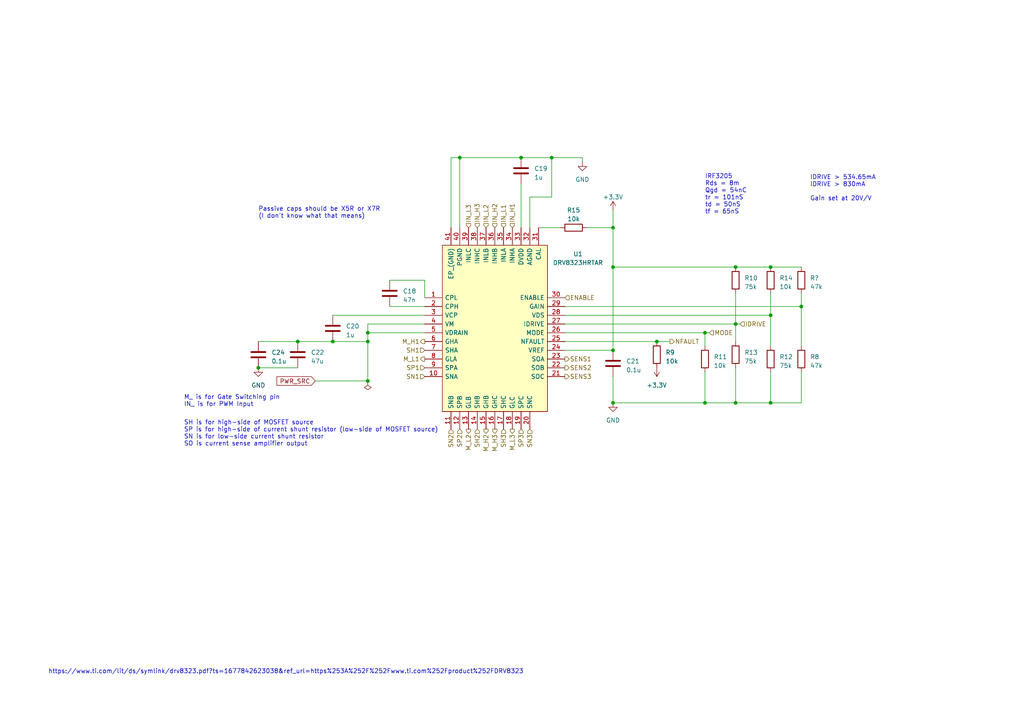
<source format=kicad_sch>
(kicad_sch (version 20230121) (generator eeschema)
  (paper "A4")
  (lib_symbols
    (symbol "DRV8323HRTAR:DRV8323HRTAR" (pin_names (offset 0.762))
      (property "Reference" "IC1" (at 44.45 5.1817 0))
      (property "Value" "DRV8323HRTAR" (at 44.45 2.6417 0))
      (symbol "DRV8323HRTAR_0_0"
        (pin passive line (at 0 0 0) (length 5.08) (name "CPL") (number "1"))
        (pin passive line (at 0 -22.86 0) (length 5.08) (name "SNA") (number "10"))
        (pin passive line (at 7.62 -38.1 90) (length 5.08) (name "SNB") (number "11"))
        (pin passive line (at 10.16 -38.1 90) (length 5.08) (name "SPB") (number "12"))
        (pin passive line (at 12.7 -38.1 90) (length 5.08) (name "GLB") (number "13"))
        (pin passive line (at 15.24 -38.1 90) (length 5.08) (name "SHB") (number "14"))
        (pin passive line (at 17.78 -38.1 90) (length 5.08) (name "GHB") (number "15"))
        (pin passive line (at 20.32 -38.1 90) (length 5.08) (name "GHC") (number "16"))
        (pin passive line (at 22.86 -38.1 90) (length 5.08) (name "SHC") (number "17"))
        (pin passive line (at 25.4 -38.1 90) (length 5.08) (name "GLC") (number "18"))
        (pin passive line (at 27.94 -38.1 90) (length 5.08) (name "SPC") (number "19"))
        (pin passive line (at 0 -2.54 0) (length 5.08) (name "CPH") (number "2"))
        (pin passive line (at 30.48 -38.1 90) (length 5.08) (name "SNC") (number "20"))
        (pin passive line (at 40.64 -22.86 180) (length 5.08) (name "SOC") (number "21"))
        (pin passive line (at 40.64 -20.32 180) (length 5.08) (name "SOB") (number "22"))
        (pin passive line (at 40.64 -17.78 180) (length 5.08) (name "SOA") (number "23"))
        (pin passive line (at 40.64 -15.24 180) (length 5.08) (name "VREF") (number "24"))
        (pin passive line (at 40.64 -12.7 180) (length 5.08) (name "NFAULT") (number "25"))
        (pin passive line (at 40.64 -10.16 180) (length 5.08) (name "MODE") (number "26"))
        (pin passive line (at 40.64 -7.62 180) (length 5.08) (name "IDRIVE") (number "27"))
        (pin passive line (at 40.64 -5.08 180) (length 5.08) (name "VDS") (number "28"))
        (pin passive line (at 40.64 -2.54 180) (length 5.08) (name "GAIN") (number "29"))
        (pin passive line (at 0 -5.08 0) (length 5.08) (name "VCP") (number "3"))
        (pin passive line (at 40.64 0 180) (length 5.08) (name "ENABLE") (number "30"))
        (pin passive line (at 33.02 20.32 270) (length 5.08) (name "CAL") (number "31"))
        (pin passive line (at 30.48 20.32 270) (length 5.08) (name "AGND") (number "32"))
        (pin passive line (at 27.94 20.32 270) (length 5.08) (name "DVDD") (number "33"))
        (pin passive line (at 25.4 20.32 270) (length 5.08) (name "INHA") (number "34"))
        (pin passive line (at 22.86 20.32 270) (length 5.08) (name "INLA") (number "35"))
        (pin passive line (at 20.32 20.32 270) (length 5.08) (name "INHB") (number "36"))
        (pin passive line (at 17.78 20.32 270) (length 5.08) (name "INLB") (number "37"))
        (pin passive line (at 15.24 20.32 270) (length 5.08) (name "INHC") (number "38"))
        (pin passive line (at 12.7 20.32 270) (length 5.08) (name "INLC") (number "39"))
        (pin passive line (at 0 -7.62 0) (length 5.08) (name "VM") (number "4"))
        (pin passive line (at 10.16 20.32 270) (length 5.08) (name "PGND") (number "40"))
        (pin passive line (at 7.62 20.32 270) (length 5.08) (name "EP_(GND)") (number "41"))
        (pin passive line (at 0 -10.16 0) (length 5.08) (name "VDRAIN") (number "5"))
        (pin passive line (at 0 -12.7 0) (length 5.08) (name "GHA") (number "6"))
        (pin passive line (at 0 -15.24 0) (length 5.08) (name "SHA") (number "7"))
        (pin passive line (at 0 -17.78 0) (length 5.08) (name "GLA") (number "8"))
        (pin passive line (at 0 -20.32 0) (length 5.08) (name "SPA") (number "9"))
      )
      (symbol "DRV8323HRTAR_0_1"
        (polyline (pts (xy 5.08 15.24) (xy 35.56 15.24) (xy 35.56 -33.02) (xy 5.08 -33.02) (xy 5.08 15.24)) (stroke (width 0.1524)) (fill (type background)))
        (rectangle (start 5.08 15.24) (end 35.56 -33.02))
      )
    )
    (symbol "Device:C" (pin_numbers hide) (pin_names (offset 0.254))
      (property "Reference" "C" (at 0.635 2.54 0))
      (property "Value" "C" (at 0.635 -2.54 0))
      (symbol "C_0_1"
        (polyline (pts (xy -2.032 -0.762) (xy 2.032 -0.762)) (stroke (width 0.508)))
        (polyline (pts (xy -2.032 0.762) (xy 2.032 0.762)) (stroke (width 0.508)))
      )
      (symbol "C_1_1"
        (pin passive line (at 0 3.81 270) (length 2.794) (name "~") (number "1"))
        (pin passive line (at 0 -3.81 90) (length 2.794) (name "~") (number "2"))
      )
    )
    (symbol "Device:R" (pin_numbers hide) (pin_names (offset 0))
      (property "Reference" "R" (at 2.032 0 90))
      (property "Value" "R" (at 0 0 90))
      (symbol "R_0_1"
        (rectangle (start -1.016 -2.54) (end 1.016 2.54) (stroke (width 0.254)))
      )
      (symbol "R_1_1"
        (pin passive line (at 0 3.81 270) (length 1.27) (name "~") (number "1"))
        (pin passive line (at 0 -3.81 90) (length 1.27) (name "~") (number "2"))
      )
    )
    (symbol "power:+3.3V" (power) (pin_names (offset 0))
      (property "Value" "+3.3V" (at 0 3.556 0))
      (symbol "+3.3V_0_1"
        (polyline (pts (xy -0.762 1.27) (xy 0 2.54)))
        (polyline (pts (xy 0 0) (xy 0 2.54)))
        (polyline (pts (xy 0 2.54) (xy 0.762 1.27)))
      )
      (symbol "+3.3V_1_1"
        (pin power_in line (at 0 0 90) (length 0) hide (name "+3.3V") (number "1"))
      )
    )
    (symbol "power:GND" (power) (pin_names (offset 0))
      (property "Value" "GND" (at 0 -3.81 0))
      (symbol "GND_0_1"
        (polyline (pts (xy 0 0) (xy 0 -1.27) (xy 1.27 -1.27) (xy 0 -2.54) (xy -1.27 -1.27) (xy 0 -1.27)))
      )
      (symbol "GND_1_1"
        (pin power_in line (at 0 0 270) (length 0) hide (name "GND") (number "1"))
      )
    )
    (symbol "power:PWR_FLAG" (power) (pin_numbers hide) (pin_names (offset 0) hide)
      (property "Value" "PWR_FLAG" (at 0 3.81 0))
      (symbol "PWR_FLAG_0_0"
        (pin power_out line (at 0 0 90) (length 0) (name "pwr") (number "1"))
      )
      (symbol "PWR_FLAG_0_1"
        (polyline (pts (xy 0 0) (xy 0 1.27) (xy -1.016 1.905) (xy 0 2.54) (xy 1.016 1.905) (xy 0 1.27)))
      )
    )
  )
  (junction (at 177.8 101.6))
  (junction (at 232.41 88.9))
  (junction (at 190.5 99.06))
  (junction (at 160.02 45.72))
  (junction (at 223.52 116.84))
  (junction (at 106.68 96.52))
  (junction (at 177.8 77.47))
  (junction (at 133.35 45.72))
  (junction (at 177.8 116.84))
  (junction (at 213.36 77.47))
  (junction (at 177.8 66.04))
  (junction (at 151.13 45.72))
  (junction (at 223.52 77.47))
  (junction (at 86.36 99.06))
  (junction (at 213.36 93.98))
  (junction (at 74.93 106.68))
  (junction (at 96.52 99.06))
  (junction (at 204.47 116.84))
  (junction (at 223.52 91.44))
  (junction (at 106.68 99.06))
  (junction (at 213.36 116.84))
  (junction (at 106.68 110.49))
  (junction (at 204.47 96.52))
  (wire (pts (xy 153.67 57.15) (xy 153.67 66.04)))
  (wire (pts (xy 232.41 100.33) (xy 232.41 88.9)))
  (wire (pts (xy 160.02 45.72) (xy 151.13 45.72)))
  (wire (pts (xy 177.8 109.22) (xy 177.8 116.84)))
  (wire (pts (xy 163.83 93.98) (xy 213.36 93.98)))
  (wire (pts (xy 74.93 99.06) (xy 86.36 99.06)))
  (wire (pts (xy 130.81 66.04) (xy 130.81 45.72)))
  (wire (pts (xy 163.83 101.6) (xy 177.8 101.6)))
  (wire (pts (xy 96.52 91.44) (xy 123.19 91.44)))
  (wire (pts (xy 160.02 45.72) (xy 160.02 57.15)))
  (wire (pts (xy 106.68 93.98) (xy 106.68 96.52)))
  (wire (pts (xy 113.03 88.9) (xy 123.19 88.9)))
  (wire (pts (xy 86.36 99.06) (xy 96.52 99.06)))
  (wire (pts (xy 168.91 45.72) (xy 168.91 46.99)))
  (wire (pts (xy 232.41 116.84) (xy 232.41 107.95)))
  (wire (pts (xy 96.52 99.06) (xy 106.68 99.06)))
  (wire (pts (xy 153.67 57.15) (xy 160.02 57.15)))
  (wire (pts (xy 156.21 66.04) (xy 162.56 66.04)))
  (wire (pts (xy 213.36 106.68) (xy 213.36 116.84)))
  (wire (pts (xy 204.47 96.52) (xy 163.83 96.52)))
  (wire (pts (xy 177.8 60.96) (xy 177.8 66.04)))
  (wire (pts (xy 177.8 77.47) (xy 213.36 77.47)))
  (wire (pts (xy 204.47 107.95) (xy 204.47 116.84)))
  (wire (pts (xy 223.52 116.84) (xy 232.41 116.84)))
  (wire (pts (xy 213.36 116.84) (xy 223.52 116.84)))
  (wire (pts (xy 163.83 88.9) (xy 232.41 88.9)))
  (wire (pts (xy 151.13 53.34) (xy 151.13 66.04)))
  (wire (pts (xy 106.68 96.52) (xy 106.68 99.06)))
  (wire (pts (xy 106.68 99.06) (xy 106.68 110.49)))
  (wire (pts (xy 170.18 66.04) (xy 177.8 66.04)))
  (wire (pts (xy 204.47 116.84) (xy 213.36 116.84)))
  (wire (pts (xy 177.8 116.84) (xy 204.47 116.84)))
  (wire (pts (xy 133.35 45.72) (xy 133.35 66.04)))
  (wire (pts (xy 133.35 45.72) (xy 151.13 45.72)))
  (wire (pts (xy 223.52 85.09) (xy 223.52 91.44)))
  (wire (pts (xy 190.5 99.06) (xy 163.83 99.06)))
  (wire (pts (xy 113.03 81.28) (xy 123.19 81.28)))
  (wire (pts (xy 106.68 96.52) (xy 123.19 96.52)))
  (wire (pts (xy 213.36 77.47) (xy 223.52 77.47)))
  (wire (pts (xy 223.52 107.95) (xy 223.52 116.84)))
  (wire (pts (xy 123.19 93.98) (xy 106.68 93.98)))
  (wire (pts (xy 194.31 99.06) (xy 190.5 99.06)))
  (wire (pts (xy 213.36 85.09) (xy 213.36 93.98)))
  (wire (pts (xy 232.41 85.09) (xy 232.41 88.9)))
  (wire (pts (xy 160.02 45.72) (xy 168.91 45.72)))
  (wire (pts (xy 213.36 93.98) (xy 214.63 93.98)))
  (wire (pts (xy 223.52 91.44) (xy 163.83 91.44)))
  (wire (pts (xy 204.47 100.33) (xy 204.47 96.52)))
  (wire (pts (xy 177.8 66.04) (xy 177.8 77.47)))
  (wire (pts (xy 91.44 110.49) (xy 106.68 110.49)))
  (wire (pts (xy 213.36 93.98) (xy 213.36 99.06)))
  (wire (pts (xy 177.8 77.47) (xy 177.8 101.6)))
  (wire (pts (xy 223.52 100.33) (xy 223.52 91.44)))
  (wire (pts (xy 205.74 96.52) (xy 204.47 96.52)))
  (wire (pts (xy 130.81 45.72) (xy 133.35 45.72)))
  (wire (pts (xy 123.19 86.36) (xy 123.19 81.28)))
  (wire (pts (xy 74.93 106.68) (xy 86.36 106.68)))
  (wire (pts (xy 223.52 77.47) (xy 232.41 77.47)))
  (text "IDRIVE > 534.65mA\nIDRIVE > 830mA\n\nGain set at 20V/V" (at 234.95 58.42 0) (effects (font (size 1.27 1.27)) (justify left bottom)))
  (text "SH is for high-side of MOSFET source\nSP is for high-side of current shunt resistor (low-side of MOSFET source)\nSN is for low-side current shunt resistor\nSO is current sense amplifier output" (at 53.34 129.54 0) (effects (font (size 1.27 1.27)) (justify left bottom)))
  (text "Passive caps should be X5R or X7R\n(I don't know what that means)" (at 74.93 63.5 0) (effects (font (size 1.27 1.27)) (justify left bottom)))
  (text "https://www.ti.com/lit/ds/symlink/drv8323.pdf?ts=1677842623038&ref_url=https%253A%252F%252Fwww.ti.com%252Fproduct%252FDRV8323" (at 13.97 195.58 0) (effects (font (size 1.27 1.27)) (justify left bottom)))
  (text "M_ is for Gate Switching pin\nIN_ is for PWM Input" (at 53.34 118.11 0) (effects (font (size 1.27 1.27)) (justify left bottom)))
  (text "IRF3205\nRds = 8m\nQgd = 54nC\ntr = 101nS\ntd = 50nS\ntf = 65nS" (at 204.47 62.23 0) (effects (font (size 1.27 1.27)) (justify left bottom)))
  (global_label "PWR_SRC" (shape input) (at 91.44 110.49 180) (property "Intersheetrefs" "${INTERSHEET_REFS}" (effects hide)))
  (hierarchical_label "IDRIVE" (shape input) (at 214.63 93.98 0))
  (hierarchical_label "SH1" (shape input) (at 123.19 101.6 180))
  (hierarchical_label "M_H1" (shape output) (at 123.19 99.06 180))
  (hierarchical_label "SH3" (shape input) (at 146.05 124.46 270))
  (hierarchical_label "M_L3" (shape output) (at 148.59 124.46 270))
  (hierarchical_label "SP2" (shape input) (at 133.35 124.46 270))
  (hierarchical_label "NFAULT" (shape output) (at 194.31 99.06 0))
  (hierarchical_label "ENABLE" (shape input) (at 163.83 86.36 0))
  (hierarchical_label "M_L1" (shape output) (at 123.19 104.14 180))
  (hierarchical_label "M_H2" (shape output) (at 140.97 124.46 270))
  (hierarchical_label "IN_L3" (shape input) (at 135.89 66.04 90))
  (hierarchical_label "SN1" (shape input) (at 123.19 109.22 180))
  (hierarchical_label "IN_H1" (shape input) (at 148.59 66.04 90))
  (hierarchical_label "SN3" (shape input) (at 153.67 124.46 270))
  (hierarchical_label "SENS1" (shape output) (at 163.83 104.14 0))
  (hierarchical_label "M_H3" (shape output) (at 143.51 124.46 270))
  (hierarchical_label "SP1" (shape input) (at 123.19 106.68 180))
  (hierarchical_label "SENS3" (shape output) (at 163.83 109.22 0))
  (hierarchical_label "IN_L1" (shape input) (at 146.05 66.04 90))
  (hierarchical_label "SH2" (shape input) (at 138.43 124.46 270))
  (hierarchical_label "M_L2" (shape output) (at 135.89 124.46 270))
  (hierarchical_label "SN2" (shape input) (at 130.81 124.46 270))
  (hierarchical_label "SP3" (shape input) (at 151.13 124.46 270))
  (hierarchical_label "SENS2" (shape output) (at 163.83 106.68 0))
  (hierarchical_label "IN_H3" (shape input) (at 138.43 66.04 90))
  (hierarchical_label "MODE" (shape input) (at 205.74 96.52 0))
  (hierarchical_label "IN_H2" (shape input) (at 143.51 66.04 90))
  (hierarchical_label "IN_L2" (shape input) (at 140.97 66.04 90))
  (symbol (lib_id "Device:C") (at 151.13 49.53 180) (unit 1)
    (property "Reference" "C19" (at 154.94 48.895 0) (effects (justify right)))
    (property "Value" "1u" (at 154.94 51.435 0) (effects (justify right)))
  )
  (symbol (lib_id "Device:R") (at 223.52 81.28 0) (unit 1)
    (property "Reference" "R14" (at 226.06 80.645 0) (effects (justify left)))
    (property "Value" "10k" (at 226.06 83.185 0) (effects (justify left)))
  )
  (symbol (lib_id "power:GND") (at 168.91 46.99 0) (unit 1)
    (property "Reference" "#PWR026" (effects hide))
    (property "Value" "GND" (at 168.91 52.07 0))
  )
  (symbol (lib_id "power:+3.3V") (at 190.5 106.68 180) (unit 1)
    (property "Reference" "#PWR030" (effects hide))
    (property "Value" "+3.3V" (at 190.5 111.76 0))
  )
  (symbol (lib_id "power:GND") (at 74.93 106.68 0) (unit 1)
    (property "Reference" "#PWR035" (effects hide))
    (property "Value" "GND" (at 74.93 111.76 0))
  )
  (symbol (lib_id "Device:R") (at 232.41 104.14 0) (unit 1)
    (property "Reference" "R8" (at 234.95 103.505 0) (effects (justify left)))
    (property "Value" "47k" (at 234.95 106.045 0) (effects (justify left)))
  )
  (symbol (lib_id "Device:C") (at 86.36 102.87 0) (unit 1)
    (property "Reference" "C22" (at 90.17 102.235 0) (effects (justify left)))
    (property "Value" "47u" (at 90.17 104.775 0) (effects (justify left)))
  )
  (symbol (lib_id "power:+3.3V") (at 177.8 60.96 0) (unit 1)
    (property "Reference" "#PWR028" (effects hide))
    (property "Value" "+3.3V" (at 177.8 57.15 0))
  )
  (symbol (lib_id "Device:R") (at 213.36 102.87 0) (unit 1)
    (property "Reference" "R13" (at 215.9 102.235 0) (effects (justify left)))
    (property "Value" "75k" (at 215.9 104.775 0) (effects (justify left)))
  )
  (symbol (lib_id "Device:R") (at 166.37 66.04 90) (unit 1)
    (property "Reference" "R15" (at 166.37 60.96 90))
    (property "Value" "10k" (at 166.37 63.5 90))
  )
  (symbol (lib_id "power:GND") (at 177.8 116.84 0) (unit 1)
    (property "Reference" "#PWR027" (effects hide))
    (property "Value" "GND" (at 177.8 121.92 0))
  )
  (symbol (lib_id "Device:R") (at 223.52 104.14 0) (unit 1)
    (property "Reference" "R12" (at 226.06 103.505 0) (effects (justify left)))
    (property "Value" "75k" (at 226.06 106.045 0) (effects (justify left)))
  )
  (symbol (lib_id "Device:R") (at 204.47 104.14 0) (unit 1)
    (property "Reference" "R11" (at 207.01 103.505 0) (effects (justify left)))
    (property "Value" "10k" (at 207.01 106.045 0) (effects (justify left)))
  )
  (symbol (lib_id "Device:R") (at 213.36 81.28 0) (unit 1)
    (property "Reference" "R10" (at 215.9 80.645 0) (effects (justify left)))
    (property "Value" "75k" (at 215.9 83.185 0) (effects (justify left)))
  )
  (symbol (lib_id "power:PWR_FLAG") (at 106.68 110.49 180) (unit 1)
    (property "Reference" "#FLG01" (effects hide))
    (property "Value" "PWR_FLAG" (effects hide))
  )
  (symbol (lib_id "Device:C") (at 74.93 102.87 0) (unit 1)
    (property "Reference" "C24" (at 78.74 102.235 0) (effects (justify left)))
    (property "Value" "0.1u" (at 78.74 104.775 0) (effects (justify left)))
  )
  (symbol (lib_id "Device:R") (at 190.5 102.87 0) (unit 1)
    (property "Reference" "R9" (at 193.04 102.235 0) (effects (justify left)))
    (property "Value" "10k" (at 193.04 104.775 0) (effects (justify left)))
  )
  (symbol (lib_id "DRV8323HRTAR:DRV8323HRTAR") (at 123.19 86.36 0) (unit 1)
    (property "Reference" "U1" (at 167.64 73.66 0))
    (property "Value" "DRV8323HRTAR" (at 167.64 76.2 0))
    (property "Footprint" "QFN50P600X600X80-41N-D" (effects hide))
    (property "Datasheet" "http://www.ti.com/lit/gpn/drv8323" (effects hide))
    (property "Description" "60V Three-Phase Smart Gate Driver With Three Current Shunt Amplifiers" (effects hide))
    (property "Height" "0.8" (effects hide))
    (property "Manufacturer_Name" "Texas Instruments" (effects hide))
    (property "Manufacturer_Part_Number" "DRV8323HRTAR" (effects hide))
    (property "Mouser Part Number" "595-DRV8323HRTAR" (effects hide))
    (property "Mouser Price/Stock" "https://www.mouser.co.uk/ProductDetail/Texas-Instruments/DRV8323HRTAR?qs=u4fy%2FsgLU9N%252BsI8bz2iwaQ%3D%3D" (effects hide))
    (property "Arrow Part Number" "DRV8323HRTAR" (effects hide))
    (property "Arrow Price/Stock" "https://www.arrow.com/en/products/drv8323hrtar/texas-instruments?region=nac" (effects hide))
  )
  (symbol (lib_id "Device:R") (at 232.41 81.28 0) (unit 1)
    (property "Reference" "R?" (at 234.95 80.645 0) (effects (justify left)))
    (property "Value" "47k" (at 234.95 83.185 0) (effects (justify left)))
  )
  (symbol (lib_id "Device:C") (at 177.8 105.41 0) (unit 1)
    (property "Reference" "C21" (at 181.61 104.775 0) (effects (justify left)))
    (property "Value" "0.1u" (at 181.61 107.315 0) (effects (justify left)))
  )
  (symbol (lib_id "Device:C") (at 113.03 85.09 0) (unit 1)
    (property "Reference" "C18" (at 116.84 84.455 0) (effects (justify left)))
    (property "Value" "47n" (at 116.84 86.995 0) (effects (justify left)))
  )
  (symbol (lib_id "Device:C") (at 96.52 95.25 0) (unit 1)
    (property "Reference" "C20" (at 100.33 94.615 0) (effects (justify left)))
    (property "Value" "1u" (at 100.33 97.155 0) (effects (justify left)))
  )
)
</source>
